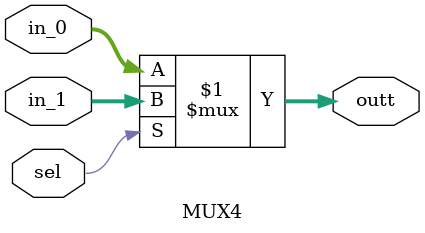
<source format=v>
`timescale 1ns / 1ps



module MUX4(
    input [3:0] in_0, in_1,
    input sel,
    output [3:0] outt
    );
    assign outt = sel ? in_1 : in_0;
endmodule

</source>
